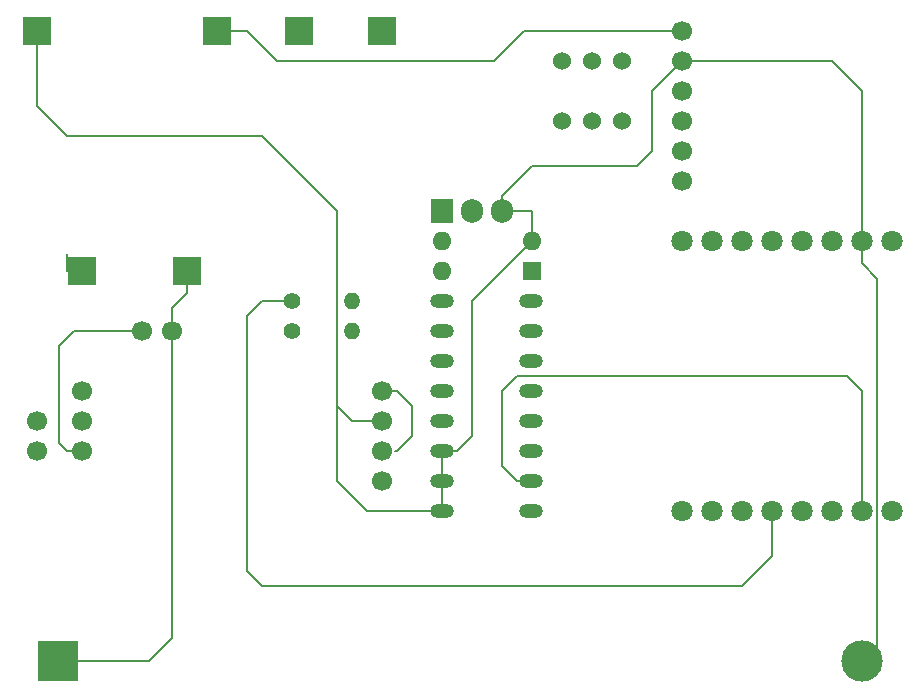
<source format=gtl>
G04 #@! TF.GenerationSoftware,KiCad,Pcbnew,(5.0.2)-1*
G04 #@! TF.CreationDate,2019-04-11T22:06:56+02:00*
G04 #@! TF.ProjectId,irrigation_5Vvalve_4N25_CD74HC4052E_PCB,69727269-6761-4746-996f-6e5f35567661,rev?*
G04 #@! TF.SameCoordinates,Original*
G04 #@! TF.FileFunction,Copper,L1,Top*
G04 #@! TF.FilePolarity,Positive*
%FSLAX46Y46*%
G04 Gerber Fmt 4.6, Leading zero omitted, Abs format (unit mm)*
G04 Created by KiCad (PCBNEW (5.0.2)-1) date 11-04-2019 22:06:56*
%MOMM*%
%LPD*%
G01*
G04 APERTURE LIST*
G04 #@! TA.AperFunction,ComponentPad*
%ADD10C,3.500000*%
G04 #@! TD*
G04 #@! TA.AperFunction,ComponentPad*
%ADD11R,3.500000X3.500000*%
G04 #@! TD*
G04 #@! TA.AperFunction,ComponentPad*
%ADD12C,1.524000*%
G04 #@! TD*
G04 #@! TA.AperFunction,ComponentPad*
%ADD13O,2.000000X1.200000*%
G04 #@! TD*
G04 #@! TA.AperFunction,ComponentPad*
%ADD14C,1.700000*%
G04 #@! TD*
G04 #@! TA.AperFunction,ComponentPad*
%ADD15C,1.800000*%
G04 #@! TD*
G04 #@! TA.AperFunction,ComponentPad*
%ADD16R,1.600000X1.600000*%
G04 #@! TD*
G04 #@! TA.AperFunction,ComponentPad*
%ADD17O,1.600000X1.600000*%
G04 #@! TD*
G04 #@! TA.AperFunction,ComponentPad*
%ADD18O,1.400000X1.400000*%
G04 #@! TD*
G04 #@! TA.AperFunction,ComponentPad*
%ADD19C,1.400000*%
G04 #@! TD*
G04 #@! TA.AperFunction,ComponentPad*
%ADD20R,1.905000X2.000000*%
G04 #@! TD*
G04 #@! TA.AperFunction,ComponentPad*
%ADD21O,1.905000X2.000000*%
G04 #@! TD*
G04 #@! TA.AperFunction,ComponentPad*
%ADD22R,2.460000X2.460000*%
G04 #@! TD*
G04 #@! TA.AperFunction,Conductor*
%ADD23C,0.200000*%
G04 #@! TD*
G04 APERTURE END LIST*
D10*
G04 #@! TO.P,bat_18650,2*
G04 #@! TO.N,GND*
X96520000Y-76200000D03*
D11*
G04 #@! TO.P,bat_18650,1*
G04 #@! TO.N,Net-(J4-Pad2)*
X28500000Y-76200000D03*
G04 #@! TD*
D12*
G04 #@! TO.P,SW2,1*
G04 #@! TO.N,Net-(SW2-Pad1)*
X76200000Y-25400000D03*
G04 #@! TO.P,SW2,2*
G04 #@! TO.N,Net-(SW2-Pad2)*
X73660000Y-25400000D03*
G04 #@! TO.P,SW2,NA*
G04 #@! TO.N,N/C*
X73660000Y-30480000D03*
X76200000Y-30480000D03*
X71120000Y-30480000D03*
G04 #@! TO.P,SW2,3*
X71120000Y-25400000D03*
G04 #@! TD*
D13*
G04 #@! TO.P,U5,8*
G04 #@! TO.N,GND*
X61010000Y-63500000D03*
G04 #@! TO.P,U5,9*
G04 #@! TO.N,Net-(U2-Pad14)*
X68530000Y-63500000D03*
G04 #@! TO.P,U5,7*
G04 #@! TO.N,GND*
X61010000Y-60960000D03*
G04 #@! TO.P,U5,10*
G04 #@! TO.N,Net-(U2-Pad15)*
X68530000Y-60960000D03*
G04 #@! TO.P,U5,6*
G04 #@! TO.N,GND*
X61010000Y-58420000D03*
G04 #@! TO.P,U5,11*
G04 #@! TO.N,N/C*
X68530000Y-58420000D03*
G04 #@! TO.P,U5,5*
X61010000Y-55880000D03*
G04 #@! TO.P,U5,12*
G04 #@! TO.N,Net-(SS1-PadA0)*
X68530000Y-55880000D03*
G04 #@! TO.P,U5,4*
G04 #@! TO.N,N/C*
X61010000Y-53340000D03*
G04 #@! TO.P,U5,13*
G04 #@! TO.N,Net-(U2-Pad10)*
X68530000Y-53340000D03*
G04 #@! TO.P,U5,3*
G04 #@! TO.N,N/C*
X61010000Y-50800000D03*
G04 #@! TO.P,U5,14*
G04 #@! TO.N,Net-(R1-Pad2)*
X68530000Y-50800000D03*
G04 #@! TO.P,U5,2*
G04 #@! TO.N,N/C*
X61010000Y-48260000D03*
G04 #@! TO.P,U5,15*
G04 #@! TO.N,Net-(J5-Pad3)*
X68530000Y-48260000D03*
G04 #@! TO.P,U5,1*
G04 #@! TO.N,N/C*
X61010000Y-45720000D03*
G04 #@! TO.P,U5,16*
G04 #@! TO.N,Net-(J5-Pad2)*
X68530000Y-45720000D03*
G04 #@! TD*
D14*
G04 #@! TO.P,J1,1*
G04 #@! TO.N,GND*
X81280000Y-25400000D03*
G04 #@! TO.P,J1,2*
G04 #@! TO.N,Net-(J1-Pad2)*
X81280000Y-22860000D03*
G04 #@! TD*
D15*
G04 #@! TO.P,U2,8*
G04 #@! TO.N,N/C*
X81280000Y-40640000D03*
G04 #@! TO.P,U2,7*
X83820000Y-40640000D03*
G04 #@! TO.P,U2,6*
G04 #@! TO.N,Net-(Opto1-Pad1)*
X86360000Y-40640000D03*
G04 #@! TO.P,U2,5*
G04 #@! TO.N,N/C*
X88900000Y-40640000D03*
G04 #@! TO.P,U2,4*
X91440000Y-40640000D03*
G04 #@! TO.P,U2,3*
X93980000Y-40640000D03*
G04 #@! TO.P,U2,2*
G04 #@! TO.N,GND*
X96520000Y-40640000D03*
G04 #@! TO.P,U2,1*
G04 #@! TO.N,Net-(J3-Pad2)*
X99060000Y-40640000D03*
G04 #@! TO.P,U2,16*
G04 #@! TO.N,N/C*
X99060000Y-63500000D03*
G04 #@! TO.P,U2,15*
G04 #@! TO.N,Net-(U2-Pad15)*
X96520000Y-63500000D03*
G04 #@! TO.P,U2,14*
G04 #@! TO.N,Net-(U2-Pad14)*
X93980000Y-63500000D03*
G04 #@! TO.P,U2,13*
G04 #@! TO.N,N/C*
X91440000Y-63500000D03*
G04 #@! TO.P,U2,12*
G04 #@! TO.N,Net-(R2-Pad1)*
X88900000Y-63500000D03*
G04 #@! TO.P,U2,11*
G04 #@! TO.N,Net-(SW2-Pad1)*
X86360000Y-63500000D03*
G04 #@! TO.P,U2,10*
G04 #@! TO.N,Net-(U2-Pad10)*
X83820000Y-63500000D03*
G04 #@! TO.P,U2,9*
G04 #@! TO.N,Net-(SW2-Pad2)*
X81280000Y-63500000D03*
G04 #@! TD*
D14*
G04 #@! TO.P,J3,2*
G04 #@! TO.N,Net-(J3-Pad2)*
X81280000Y-30480000D03*
G04 #@! TO.P,J3,1*
G04 #@! TO.N,Net-(J3-Pad1)*
X81280000Y-27940000D03*
G04 #@! TD*
D16*
G04 #@! TO.P,Opto1,1*
G04 #@! TO.N,Net-(Opto1-Pad1)*
X68580000Y-43180000D03*
D17*
G04 #@! TO.P,Opto1,3*
G04 #@! TO.N,Net-(J5-Pad2)*
X60960000Y-40640000D03*
G04 #@! TO.P,Opto1,2*
G04 #@! TO.N,GND*
X68580000Y-40640000D03*
G04 #@! TO.P,Opto1,4*
G04 #@! TO.N,Net-(J3-Pad2)*
X60960000Y-43180000D03*
G04 #@! TD*
D18*
G04 #@! TO.P,R1,2*
G04 #@! TO.N,Net-(R1-Pad2)*
X53340000Y-48260000D03*
D19*
G04 #@! TO.P,R1,1*
G04 #@! TO.N,Net-(J4-Pad2)*
X48260000Y-48260000D03*
G04 #@! TD*
G04 #@! TO.P,R2,1*
G04 #@! TO.N,Net-(R2-Pad1)*
X48260000Y-45720000D03*
D18*
G04 #@! TO.P,R2,2*
G04 #@! TO.N,Net-(Q1-Pad1)*
X53340000Y-45720000D03*
G04 #@! TD*
D14*
G04 #@! TO.P,SS1,A0*
G04 #@! TO.N,Net-(SS1-PadA0)*
X55880000Y-60960000D03*
G04 #@! TO.P,SS1,D0*
G04 #@! TO.N,Net-(J5-Pad2)*
X55880000Y-58420000D03*
G04 #@! TO.P,SS1,GND*
G04 #@! TO.N,GND*
X55880000Y-55880000D03*
G04 #@! TO.P,SS1,VCC*
G04 #@! TO.N,Net-(J5-Pad2)*
X55880000Y-53340000D03*
G04 #@! TO.P,SS1,-*
G04 #@! TO.N,N/C*
X26670000Y-58420000D03*
G04 #@! TO.P,SS1,+*
X26670000Y-55880000D03*
G04 #@! TD*
G04 #@! TO.P,SW1,1*
G04 #@! TO.N,Net-(SW1-Pad1)*
X81280000Y-35560000D03*
G04 #@! TO.P,SW1,2*
G04 #@! TO.N,Net-(J3-Pad2)*
X81280000Y-33020000D03*
G04 #@! TD*
D20*
G04 #@! TO.P,Q1,1*
G04 #@! TO.N,Net-(Q1-Pad1)*
X60960000Y-38100000D03*
D21*
G04 #@! TO.P,Q1,2*
G04 #@! TO.N,Net-(J3-Pad1)*
X63500000Y-38100000D03*
G04 #@! TO.P,Q1,3*
G04 #@! TO.N,GND*
X66040000Y-38100000D03*
G04 #@! TD*
D14*
G04 #@! TO.P,J4,1*
G04 #@! TO.N,GND*
X35560000Y-48260000D03*
G04 #@! TO.P,J4,2*
G04 #@! TO.N,Net-(J4-Pad2)*
X38100000Y-48260000D03*
G04 #@! TD*
G04 #@! TO.P,J5,1*
G04 #@! TO.N,GND*
X30480000Y-58420000D03*
G04 #@! TO.P,J5,2*
G04 #@! TO.N,Net-(J5-Pad2)*
X30480000Y-55880000D03*
G04 #@! TO.P,J5,3*
G04 #@! TO.N,Net-(J5-Pad3)*
X30480000Y-53380000D03*
G04 #@! TD*
D22*
G04 #@! TO.P,U4,6*
G04 #@! TO.N,GND*
X26670000Y-22860000D03*
G04 #@! TO.P,U4,5*
G04 #@! TO.N,Net-(J1-Pad2)*
X41910000Y-22860000D03*
G04 #@! TO.P,U4,4*
G04 #@! TO.N,Net-(SW1-Pad1)*
X55880000Y-22860000D03*
G04 #@! TO.P,U4,3*
G04 #@! TO.N,Net-(J4-Pad2)*
X39370000Y-43180000D03*
G04 #@! TO.P,U4,1*
G04 #@! TO.N,N/C*
X48895000Y-22860000D03*
G04 #@! TO.P,U4,2*
X30480000Y-43180000D03*
G04 #@! TD*
D23*
G04 #@! TO.N,GND*
X26670000Y-22860000D02*
X26670000Y-24290000D01*
G04 #@! TO.N,*
X29210000Y-43180000D02*
X29210000Y-41750000D01*
G04 #@! TO.N,GND*
X61010000Y-63500000D02*
X61010000Y-61010000D01*
X61010000Y-60960000D02*
X61010000Y-58420000D01*
X61010000Y-63500000D02*
X61410000Y-63500000D01*
X63500000Y-45720000D02*
X67310000Y-41910000D01*
X68580000Y-38100000D02*
X66040000Y-38100000D01*
X68580000Y-40640000D02*
X68580000Y-38100000D01*
X67310000Y-41910000D02*
X68580000Y-40640000D01*
X52070000Y-41910000D02*
X52070000Y-38100000D01*
X52070000Y-38100000D02*
X45720000Y-31750000D01*
X45720000Y-31750000D02*
X29210000Y-31750000D01*
X29210000Y-31750000D02*
X26670000Y-29210000D01*
X26670000Y-29210000D02*
X26670000Y-22860000D01*
X80010000Y-26670000D02*
X81280000Y-25400000D01*
X78740000Y-27940000D02*
X80010000Y-26670000D01*
X78740000Y-33020000D02*
X78740000Y-27940000D01*
X66040000Y-38100000D02*
X66040000Y-36830000D01*
X66040000Y-36830000D02*
X68580000Y-34290000D01*
X68580000Y-34290000D02*
X77470000Y-34290000D01*
X77470000Y-34290000D02*
X78740000Y-33020000D01*
X93980000Y-25400000D02*
X96520000Y-27940000D01*
X81280000Y-25400000D02*
X93980000Y-25400000D01*
X96520000Y-27940000D02*
X96520000Y-40640000D01*
X52070000Y-60960000D02*
X52070000Y-55880000D01*
X60960000Y-63500000D02*
X54610000Y-63500000D01*
X54610000Y-63500000D02*
X52070000Y-60960000D01*
X52070000Y-54610000D02*
X53340000Y-55880000D01*
X55880000Y-55880000D02*
X53340000Y-55880000D01*
X52070000Y-54610000D02*
X52070000Y-41910000D01*
X52070000Y-55880000D02*
X52070000Y-54610000D01*
X62230000Y-58420000D02*
X63500000Y-57150000D01*
X63500000Y-57150000D02*
X63500000Y-45720000D01*
X61410000Y-58420000D02*
X62230000Y-58420000D01*
X31115000Y-48260000D02*
X35560000Y-48260000D01*
X29845000Y-48260000D02*
X31115000Y-48260000D01*
X28575000Y-49530000D02*
X29845000Y-48260000D01*
X28575000Y-57785000D02*
X28575000Y-49530000D01*
X30480000Y-58420000D02*
X29210000Y-58420000D01*
X29210000Y-58420000D02*
X28575000Y-57785000D01*
X96520000Y-42545000D02*
X96520000Y-40640000D01*
X97859999Y-43884999D02*
X96520000Y-42545000D01*
X97790000Y-66040000D02*
X97859999Y-43884999D01*
X97790000Y-66040000D02*
X97790000Y-73660000D01*
X97790000Y-73660000D02*
X97790000Y-74930000D01*
X97790000Y-74930000D02*
X96520000Y-76200000D01*
G04 #@! TO.N,Net-(J1-Pad2)*
X81280000Y-22860000D02*
X67945000Y-22860000D01*
X67945000Y-22860000D02*
X65405000Y-25400000D01*
X65405000Y-25400000D02*
X46990000Y-25400000D01*
X46990000Y-25400000D02*
X44450000Y-22860000D01*
X44450000Y-22860000D02*
X41910000Y-22860000D01*
G04 #@! TO.N,Net-(J5-Pad2)*
X55880000Y-53340000D02*
X57150000Y-53340000D01*
X57150000Y-53340000D02*
X58420000Y-54610000D01*
X58420000Y-54610000D02*
X58420000Y-57150000D01*
X58420000Y-57150000D02*
X57150000Y-58420000D01*
X57150000Y-58420000D02*
X57030001Y-58420000D01*
G04 #@! TO.N,Net-(R2-Pad1)*
X88900000Y-67310000D02*
X88900000Y-63500000D01*
X86360000Y-69850000D02*
X88900000Y-67310000D01*
X44450000Y-46990000D02*
X45720000Y-45720000D01*
X45720000Y-45720000D02*
X48260000Y-45720000D01*
X44450000Y-68580000D02*
X45720000Y-69850000D01*
X45720000Y-69850000D02*
X86360000Y-69850000D01*
X44450000Y-46990000D02*
X44450000Y-68580000D01*
G04 #@! TO.N,Net-(U2-Pad15)*
X96520000Y-60960000D02*
X96520000Y-63500000D01*
X68530000Y-60960000D02*
X67310000Y-60960000D01*
X67310000Y-60960000D02*
X66040000Y-59690000D01*
X66040000Y-59690000D02*
X66040000Y-53340000D01*
X66040000Y-53340000D02*
X67310000Y-52070000D01*
X67310000Y-52070000D02*
X95250000Y-52070000D01*
X95250000Y-52070000D02*
X96520000Y-53340000D01*
X96520000Y-53340000D02*
X96520000Y-63500000D01*
G04 #@! TO.N,Net-(J4-Pad2)*
X38100000Y-48260000D02*
X38100000Y-74295000D01*
X38100000Y-74295000D02*
X36195000Y-76200000D01*
X36195000Y-76200000D02*
X28575000Y-76200000D01*
X38100000Y-48260000D02*
X38100000Y-46355000D01*
X38100000Y-46355000D02*
X39370000Y-45085000D01*
X39370000Y-45085000D02*
X39370000Y-43180000D01*
G04 #@! TD*
M02*

</source>
